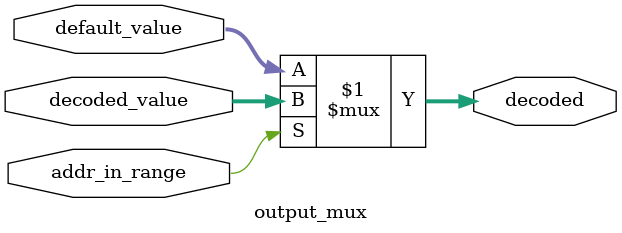
<source format=sv>
module decoder_async #(parameter AW=4, DW=16) (
    input [AW-1:0] addr,
    output [DW-1:0] decoded
);
    // 内部连线
    wire addr_in_range;
    wire [DW-1:0] decoded_value;
    wire [DW-1:0] default_value;
    
    // 子模块实例化
    addr_range_check #(
        .AW(AW),
        .DW(DW)
    ) u_addr_range_check (
        .addr(addr),
        .addr_valid(addr_in_range)
    );
    
    decode_generator #(
        .AW(AW),
        .DW(DW)
    ) u_decode_generator (
        .addr(addr),
        .decoded_value(decoded_value)
    );
    
    output_mux #(
        .DW(DW)
    ) u_output_mux (
        .addr_in_range(addr_in_range),
        .decoded_value(decoded_value),
        .default_value(default_value),
        .decoded(decoded)
    );
    
    default_value_gen #(
        .DW(DW)
    ) u_default_value_gen (
        .default_value(default_value)
    );
    
endmodule

// 地址范围检查子模块
module addr_range_check #(parameter AW=4, DW=16) (
    input [AW-1:0] addr,
    output addr_valid
);
    // 检查地址是否在有效范围内
    assign addr_valid = (addr < DW);
    
endmodule

// 解码值生成子模块
module decode_generator #(parameter AW=4, DW=16) (
    input [AW-1:0] addr,
    output [DW-1:0] decoded_value
);
    // 根据地址生成解码值
    assign decoded_value = 1'b1 << addr;
    
endmodule

// 默认值生成子模块
module default_value_gen #(parameter DW=16) (
    output [DW-1:0] default_value
);
    // 生成默认值(全0)
    assign default_value = {DW{1'b0}};
    
endmodule

// 输出多路选择器子模块
module output_mux #(parameter DW=16) (
    input addr_in_range,
    input [DW-1:0] decoded_value,
    input [DW-1:0] default_value,
    output [DW-1:0] decoded
);
    // 根据地址范围选择输出值
    assign decoded = addr_in_range ? decoded_value : default_value;
    
endmodule
</source>
